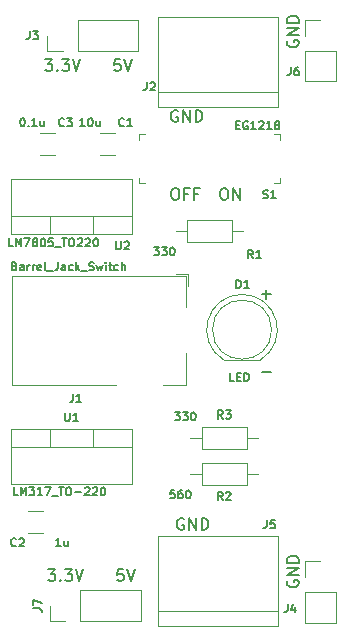
<source format=gto>
%TF.GenerationSoftware,KiCad,Pcbnew,(5.99.0-12741-g2662433374)*%
%TF.CreationDate,2021-10-19T15:00:24+11:00*%
%TF.ProjectId,Breadboard Power Supply,42726561-6462-46f6-9172-6420506f7765,rev?*%
%TF.SameCoordinates,Original*%
%TF.FileFunction,Legend,Top*%
%TF.FilePolarity,Positive*%
%FSLAX46Y46*%
G04 Gerber Fmt 4.6, Leading zero omitted, Abs format (unit mm)*
G04 Created by KiCad (PCBNEW (5.99.0-12741-g2662433374)) date 2021-10-19 15:00:24*
%MOMM*%
%LPD*%
G01*
G04 APERTURE LIST*
%ADD10C,0.150000*%
%ADD11C,0.120000*%
%ADD12C,0.100000*%
G04 APERTURE END LIST*
D10*
X108521619Y-79208380D02*
X108712095Y-79208380D01*
X108807333Y-79256000D01*
X108902571Y-79351238D01*
X108950190Y-79541714D01*
X108950190Y-79875047D01*
X108902571Y-80065523D01*
X108807333Y-80160761D01*
X108712095Y-80208380D01*
X108521619Y-80208380D01*
X108426380Y-80160761D01*
X108331142Y-80065523D01*
X108283523Y-79875047D01*
X108283523Y-79541714D01*
X108331142Y-79351238D01*
X108426380Y-79256000D01*
X108521619Y-79208380D01*
X109712095Y-79684571D02*
X109378761Y-79684571D01*
X109378761Y-80208380D02*
X109378761Y-79208380D01*
X109854952Y-79208380D01*
X110569238Y-79684571D02*
X110235904Y-79684571D01*
X110235904Y-80208380D02*
X110235904Y-79208380D01*
X110712095Y-79208380D01*
X112664952Y-79208380D02*
X112855428Y-79208380D01*
X112950666Y-79256000D01*
X113045904Y-79351238D01*
X113093523Y-79541714D01*
X113093523Y-79875047D01*
X113045904Y-80065523D01*
X112950666Y-80160761D01*
X112855428Y-80208380D01*
X112664952Y-80208380D01*
X112569714Y-80160761D01*
X112474476Y-80065523D01*
X112426857Y-79875047D01*
X112426857Y-79541714D01*
X112474476Y-79351238D01*
X112569714Y-79256000D01*
X112664952Y-79208380D01*
X113522095Y-80208380D02*
X113522095Y-79208380D01*
X114093523Y-80208380D01*
X114093523Y-79208380D01*
X115951047Y-88209428D02*
X116712952Y-88209428D01*
X116332000Y-88590380D02*
X116332000Y-87828476D01*
X109317404Y-107196000D02*
X109222166Y-107148380D01*
X109079309Y-107148380D01*
X108936452Y-107196000D01*
X108841214Y-107291238D01*
X108793595Y-107386476D01*
X108745976Y-107576952D01*
X108745976Y-107719809D01*
X108793595Y-107910285D01*
X108841214Y-108005523D01*
X108936452Y-108100761D01*
X109079309Y-108148380D01*
X109174547Y-108148380D01*
X109317404Y-108100761D01*
X109365023Y-108053142D01*
X109365023Y-107719809D01*
X109174547Y-107719809D01*
X109793595Y-108148380D02*
X109793595Y-107148380D01*
X110365023Y-108148380D01*
X110365023Y-107148380D01*
X110841214Y-108148380D02*
X110841214Y-107148380D01*
X111079309Y-107148380D01*
X111222166Y-107196000D01*
X111317404Y-107291238D01*
X111365023Y-107386476D01*
X111412642Y-107576952D01*
X111412642Y-107719809D01*
X111365023Y-107910285D01*
X111317404Y-108005523D01*
X111222166Y-108100761D01*
X111079309Y-108148380D01*
X110841214Y-108148380D01*
X103949523Y-68286380D02*
X103473333Y-68286380D01*
X103425714Y-68762571D01*
X103473333Y-68714952D01*
X103568571Y-68667333D01*
X103806666Y-68667333D01*
X103901904Y-68714952D01*
X103949523Y-68762571D01*
X103997142Y-68857809D01*
X103997142Y-69095904D01*
X103949523Y-69191142D01*
X103901904Y-69238761D01*
X103806666Y-69286380D01*
X103568571Y-69286380D01*
X103473333Y-69238761D01*
X103425714Y-69191142D01*
X104282857Y-68286380D02*
X104616190Y-69286380D01*
X104949523Y-68286380D01*
X115951047Y-94813428D02*
X116712952Y-94813428D01*
X97583809Y-68286380D02*
X98202857Y-68286380D01*
X97869523Y-68667333D01*
X98012380Y-68667333D01*
X98107619Y-68714952D01*
X98155238Y-68762571D01*
X98202857Y-68857809D01*
X98202857Y-69095904D01*
X98155238Y-69191142D01*
X98107619Y-69238761D01*
X98012380Y-69286380D01*
X97726666Y-69286380D01*
X97631428Y-69238761D01*
X97583809Y-69191142D01*
X98631428Y-69191142D02*
X98679047Y-69238761D01*
X98631428Y-69286380D01*
X98583809Y-69238761D01*
X98631428Y-69191142D01*
X98631428Y-69286380D01*
X99012380Y-68286380D02*
X99631428Y-68286380D01*
X99298095Y-68667333D01*
X99440952Y-68667333D01*
X99536190Y-68714952D01*
X99583809Y-68762571D01*
X99631428Y-68857809D01*
X99631428Y-69095904D01*
X99583809Y-69191142D01*
X99536190Y-69238761D01*
X99440952Y-69286380D01*
X99155238Y-69286380D01*
X99060000Y-69238761D01*
X99012380Y-69191142D01*
X99917142Y-68286380D02*
X100250476Y-69286380D01*
X100583809Y-68286380D01*
X104203523Y-111466380D02*
X103727333Y-111466380D01*
X103679714Y-111942571D01*
X103727333Y-111894952D01*
X103822571Y-111847333D01*
X104060666Y-111847333D01*
X104155904Y-111894952D01*
X104203523Y-111942571D01*
X104251142Y-112037809D01*
X104251142Y-112275904D01*
X104203523Y-112371142D01*
X104155904Y-112418761D01*
X104060666Y-112466380D01*
X103822571Y-112466380D01*
X103727333Y-112418761D01*
X103679714Y-112371142D01*
X104536857Y-111466380D02*
X104870190Y-112466380D01*
X105203523Y-111466380D01*
X118118000Y-112424595D02*
X118070380Y-112519833D01*
X118070380Y-112662690D01*
X118118000Y-112805547D01*
X118213238Y-112900785D01*
X118308476Y-112948404D01*
X118498952Y-112996023D01*
X118641809Y-112996023D01*
X118832285Y-112948404D01*
X118927523Y-112900785D01*
X119022761Y-112805547D01*
X119070380Y-112662690D01*
X119070380Y-112567452D01*
X119022761Y-112424595D01*
X118975142Y-112376976D01*
X118641809Y-112376976D01*
X118641809Y-112567452D01*
X119070380Y-111948404D02*
X118070380Y-111948404D01*
X119070380Y-111376976D01*
X118070380Y-111376976D01*
X119070380Y-110900785D02*
X118070380Y-110900785D01*
X118070380Y-110662690D01*
X118118000Y-110519833D01*
X118213238Y-110424595D01*
X118308476Y-110376976D01*
X118498952Y-110329357D01*
X118641809Y-110329357D01*
X118832285Y-110376976D01*
X118927523Y-110424595D01*
X119022761Y-110519833D01*
X119070380Y-110662690D01*
X119070380Y-110900785D01*
X97837809Y-111466380D02*
X98456857Y-111466380D01*
X98123523Y-111847333D01*
X98266380Y-111847333D01*
X98361619Y-111894952D01*
X98409238Y-111942571D01*
X98456857Y-112037809D01*
X98456857Y-112275904D01*
X98409238Y-112371142D01*
X98361619Y-112418761D01*
X98266380Y-112466380D01*
X97980666Y-112466380D01*
X97885428Y-112418761D01*
X97837809Y-112371142D01*
X98885428Y-112371142D02*
X98933047Y-112418761D01*
X98885428Y-112466380D01*
X98837809Y-112418761D01*
X98885428Y-112371142D01*
X98885428Y-112466380D01*
X99266380Y-111466380D02*
X99885428Y-111466380D01*
X99552095Y-111847333D01*
X99694952Y-111847333D01*
X99790190Y-111894952D01*
X99837809Y-111942571D01*
X99885428Y-112037809D01*
X99885428Y-112275904D01*
X99837809Y-112371142D01*
X99790190Y-112418761D01*
X99694952Y-112466380D01*
X99409238Y-112466380D01*
X99314000Y-112418761D01*
X99266380Y-112371142D01*
X100171142Y-111466380D02*
X100504476Y-112466380D01*
X100837809Y-111466380D01*
X108809404Y-72652000D02*
X108714166Y-72604380D01*
X108571309Y-72604380D01*
X108428452Y-72652000D01*
X108333214Y-72747238D01*
X108285595Y-72842476D01*
X108237976Y-73032952D01*
X108237976Y-73175809D01*
X108285595Y-73366285D01*
X108333214Y-73461523D01*
X108428452Y-73556761D01*
X108571309Y-73604380D01*
X108666547Y-73604380D01*
X108809404Y-73556761D01*
X108857023Y-73509142D01*
X108857023Y-73175809D01*
X108666547Y-73175809D01*
X109285595Y-73604380D02*
X109285595Y-72604380D01*
X109857023Y-73604380D01*
X109857023Y-72604380D01*
X110333214Y-73604380D02*
X110333214Y-72604380D01*
X110571309Y-72604380D01*
X110714166Y-72652000D01*
X110809404Y-72747238D01*
X110857023Y-72842476D01*
X110904642Y-73032952D01*
X110904642Y-73175809D01*
X110857023Y-73366285D01*
X110809404Y-73461523D01*
X110714166Y-73556761D01*
X110571309Y-73604380D01*
X110333214Y-73604380D01*
X118118000Y-66704595D02*
X118070380Y-66799833D01*
X118070380Y-66942690D01*
X118118000Y-67085547D01*
X118213238Y-67180785D01*
X118308476Y-67228404D01*
X118498952Y-67276023D01*
X118641809Y-67276023D01*
X118832285Y-67228404D01*
X118927523Y-67180785D01*
X119022761Y-67085547D01*
X119070380Y-66942690D01*
X119070380Y-66847452D01*
X119022761Y-66704595D01*
X118975142Y-66656976D01*
X118641809Y-66656976D01*
X118641809Y-66847452D01*
X119070380Y-66228404D02*
X118070380Y-66228404D01*
X119070380Y-65656976D01*
X118070380Y-65656976D01*
X119070380Y-65180785D02*
X118070380Y-65180785D01*
X118070380Y-64942690D01*
X118118000Y-64799833D01*
X118213238Y-64704595D01*
X118308476Y-64656976D01*
X118498952Y-64609357D01*
X118641809Y-64609357D01*
X118832285Y-64656976D01*
X118927523Y-64704595D01*
X119022761Y-64799833D01*
X119070380Y-64942690D01*
X119070380Y-65180785D01*
%TO.C,J3*%
X96286666Y-65910666D02*
X96286666Y-66410666D01*
X96253333Y-66510666D01*
X96186666Y-66577333D01*
X96086666Y-66610666D01*
X96020000Y-66610666D01*
X96553333Y-65910666D02*
X96986666Y-65910666D01*
X96753333Y-66177333D01*
X96853333Y-66177333D01*
X96920000Y-66210666D01*
X96953333Y-66244000D01*
X96986666Y-66310666D01*
X96986666Y-66477333D01*
X96953333Y-66544000D01*
X96920000Y-66577333D01*
X96853333Y-66610666D01*
X96653333Y-66610666D01*
X96586666Y-66577333D01*
X96553333Y-66544000D01*
%TO.C,R2*%
X112641333Y-105614666D02*
X112408000Y-105281333D01*
X112241333Y-105614666D02*
X112241333Y-104914666D01*
X112508000Y-104914666D01*
X112574666Y-104948000D01*
X112608000Y-104981333D01*
X112641333Y-105048000D01*
X112641333Y-105148000D01*
X112608000Y-105214666D01*
X112574666Y-105248000D01*
X112508000Y-105281333D01*
X112241333Y-105281333D01*
X112908000Y-104981333D02*
X112941333Y-104948000D01*
X113008000Y-104914666D01*
X113174666Y-104914666D01*
X113241333Y-104948000D01*
X113274666Y-104981333D01*
X113308000Y-105048000D01*
X113308000Y-105114666D01*
X113274666Y-105214666D01*
X112874666Y-105614666D01*
X113308000Y-105614666D01*
X108574000Y-98168666D02*
X109007333Y-98168666D01*
X108774000Y-98435333D01*
X108874000Y-98435333D01*
X108940666Y-98468666D01*
X108974000Y-98502000D01*
X109007333Y-98568666D01*
X109007333Y-98735333D01*
X108974000Y-98802000D01*
X108940666Y-98835333D01*
X108874000Y-98868666D01*
X108674000Y-98868666D01*
X108607333Y-98835333D01*
X108574000Y-98802000D01*
X109240666Y-98168666D02*
X109674000Y-98168666D01*
X109440666Y-98435333D01*
X109540666Y-98435333D01*
X109607333Y-98468666D01*
X109640666Y-98502000D01*
X109674000Y-98568666D01*
X109674000Y-98735333D01*
X109640666Y-98802000D01*
X109607333Y-98835333D01*
X109540666Y-98868666D01*
X109340666Y-98868666D01*
X109274000Y-98835333D01*
X109240666Y-98802000D01*
X110107333Y-98168666D02*
X110174000Y-98168666D01*
X110240666Y-98202000D01*
X110274000Y-98235333D01*
X110307333Y-98302000D01*
X110340666Y-98435333D01*
X110340666Y-98602000D01*
X110307333Y-98735333D01*
X110274000Y-98802000D01*
X110240666Y-98835333D01*
X110174000Y-98868666D01*
X110107333Y-98868666D01*
X110040666Y-98835333D01*
X110007333Y-98802000D01*
X109974000Y-98735333D01*
X109940666Y-98602000D01*
X109940666Y-98435333D01*
X109974000Y-98302000D01*
X110007333Y-98235333D01*
X110040666Y-98202000D01*
X110107333Y-98168666D01*
%TO.C,J2*%
X106192666Y-70228666D02*
X106192666Y-70728666D01*
X106159333Y-70828666D01*
X106092666Y-70895333D01*
X105992666Y-70928666D01*
X105926000Y-70928666D01*
X106492666Y-70295333D02*
X106526000Y-70262000D01*
X106592666Y-70228666D01*
X106759333Y-70228666D01*
X106826000Y-70262000D01*
X106859333Y-70295333D01*
X106892666Y-70362000D01*
X106892666Y-70428666D01*
X106859333Y-70528666D01*
X106459333Y-70928666D01*
X106892666Y-70928666D01*
%TO.C,J7*%
X96600666Y-114787333D02*
X97100666Y-114787333D01*
X97200666Y-114820666D01*
X97267333Y-114887333D01*
X97300666Y-114987333D01*
X97300666Y-115054000D01*
X96600666Y-114520666D02*
X96600666Y-114054000D01*
X97300666Y-114354000D01*
%TO.C,J5*%
X116352666Y-107312666D02*
X116352666Y-107812666D01*
X116319333Y-107912666D01*
X116252666Y-107979333D01*
X116152666Y-108012666D01*
X116086000Y-108012666D01*
X117019333Y-107312666D02*
X116686000Y-107312666D01*
X116652666Y-107646000D01*
X116686000Y-107612666D01*
X116752666Y-107579333D01*
X116919333Y-107579333D01*
X116986000Y-107612666D01*
X117019333Y-107646000D01*
X117052666Y-107712666D01*
X117052666Y-107879333D01*
X117019333Y-107946000D01*
X116986000Y-107979333D01*
X116919333Y-108012666D01*
X116752666Y-108012666D01*
X116686000Y-107979333D01*
X116652666Y-107946000D01*
%TO.C,C2*%
X95133333Y-109470000D02*
X95100000Y-109503333D01*
X95000000Y-109536666D01*
X94933333Y-109536666D01*
X94833333Y-109503333D01*
X94766666Y-109436666D01*
X94733333Y-109370000D01*
X94700000Y-109236666D01*
X94700000Y-109136666D01*
X94733333Y-109003333D01*
X94766666Y-108936666D01*
X94833333Y-108870000D01*
X94933333Y-108836666D01*
X95000000Y-108836666D01*
X95100000Y-108870000D01*
X95133333Y-108903333D01*
X95400000Y-108903333D02*
X95433333Y-108870000D01*
X95500000Y-108836666D01*
X95666666Y-108836666D01*
X95733333Y-108870000D01*
X95766666Y-108903333D01*
X95800000Y-108970000D01*
X95800000Y-109036666D01*
X95766666Y-109136666D01*
X95366666Y-109536666D01*
X95800000Y-109536666D01*
X98928833Y-109536666D02*
X98528833Y-109536666D01*
X98728833Y-109536666D02*
X98728833Y-108836666D01*
X98662166Y-108936666D01*
X98595500Y-109003333D01*
X98528833Y-109036666D01*
X99528833Y-109070000D02*
X99528833Y-109536666D01*
X99228833Y-109070000D02*
X99228833Y-109436666D01*
X99262166Y-109503333D01*
X99328833Y-109536666D01*
X99428833Y-109536666D01*
X99495500Y-109503333D01*
X99528833Y-109470000D01*
%TO.C,J1*%
X99932666Y-96611166D02*
X99932666Y-97111166D01*
X99899333Y-97211166D01*
X99832666Y-97277833D01*
X99732666Y-97311166D01*
X99666000Y-97311166D01*
X100632666Y-97311166D02*
X100232666Y-97311166D01*
X100432666Y-97311166D02*
X100432666Y-96611166D01*
X100366000Y-96711166D01*
X100299333Y-96777833D01*
X100232666Y-96811166D01*
X95001333Y-85802000D02*
X95101333Y-85835333D01*
X95134666Y-85868666D01*
X95168000Y-85935333D01*
X95168000Y-86035333D01*
X95134666Y-86102000D01*
X95101333Y-86135333D01*
X95034666Y-86168666D01*
X94768000Y-86168666D01*
X94768000Y-85468666D01*
X95001333Y-85468666D01*
X95068000Y-85502000D01*
X95101333Y-85535333D01*
X95134666Y-85602000D01*
X95134666Y-85668666D01*
X95101333Y-85735333D01*
X95068000Y-85768666D01*
X95001333Y-85802000D01*
X94768000Y-85802000D01*
X95768000Y-86168666D02*
X95768000Y-85802000D01*
X95734666Y-85735333D01*
X95668000Y-85702000D01*
X95534666Y-85702000D01*
X95468000Y-85735333D01*
X95768000Y-86135333D02*
X95701333Y-86168666D01*
X95534666Y-86168666D01*
X95468000Y-86135333D01*
X95434666Y-86068666D01*
X95434666Y-86002000D01*
X95468000Y-85935333D01*
X95534666Y-85902000D01*
X95701333Y-85902000D01*
X95768000Y-85868666D01*
X96101333Y-86168666D02*
X96101333Y-85702000D01*
X96101333Y-85835333D02*
X96134666Y-85768666D01*
X96168000Y-85735333D01*
X96234666Y-85702000D01*
X96301333Y-85702000D01*
X96534666Y-86168666D02*
X96534666Y-85702000D01*
X96534666Y-85835333D02*
X96568000Y-85768666D01*
X96601333Y-85735333D01*
X96668000Y-85702000D01*
X96734666Y-85702000D01*
X97234666Y-86135333D02*
X97168000Y-86168666D01*
X97034666Y-86168666D01*
X96968000Y-86135333D01*
X96934666Y-86068666D01*
X96934666Y-85802000D01*
X96968000Y-85735333D01*
X97034666Y-85702000D01*
X97168000Y-85702000D01*
X97234666Y-85735333D01*
X97268000Y-85802000D01*
X97268000Y-85868666D01*
X96934666Y-85935333D01*
X97668000Y-86168666D02*
X97601333Y-86135333D01*
X97568000Y-86068666D01*
X97568000Y-85468666D01*
X97768000Y-86235333D02*
X98301333Y-86235333D01*
X98668000Y-85468666D02*
X98668000Y-85968666D01*
X98634666Y-86068666D01*
X98568000Y-86135333D01*
X98468000Y-86168666D01*
X98401333Y-86168666D01*
X99301333Y-86168666D02*
X99301333Y-85802000D01*
X99268000Y-85735333D01*
X99201333Y-85702000D01*
X99068000Y-85702000D01*
X99001333Y-85735333D01*
X99301333Y-86135333D02*
X99234666Y-86168666D01*
X99068000Y-86168666D01*
X99001333Y-86135333D01*
X98968000Y-86068666D01*
X98968000Y-86002000D01*
X99001333Y-85935333D01*
X99068000Y-85902000D01*
X99234666Y-85902000D01*
X99301333Y-85868666D01*
X99934666Y-86135333D02*
X99868000Y-86168666D01*
X99734666Y-86168666D01*
X99668000Y-86135333D01*
X99634666Y-86102000D01*
X99601333Y-86035333D01*
X99601333Y-85835333D01*
X99634666Y-85768666D01*
X99668000Y-85735333D01*
X99734666Y-85702000D01*
X99868000Y-85702000D01*
X99934666Y-85735333D01*
X100234666Y-86168666D02*
X100234666Y-85468666D01*
X100301333Y-85902000D02*
X100501333Y-86168666D01*
X100501333Y-85702000D02*
X100234666Y-85968666D01*
X100634666Y-86235333D02*
X101168000Y-86235333D01*
X101301333Y-86135333D02*
X101401333Y-86168666D01*
X101568000Y-86168666D01*
X101634666Y-86135333D01*
X101668000Y-86102000D01*
X101701333Y-86035333D01*
X101701333Y-85968666D01*
X101668000Y-85902000D01*
X101634666Y-85868666D01*
X101568000Y-85835333D01*
X101434666Y-85802000D01*
X101368000Y-85768666D01*
X101334666Y-85735333D01*
X101301333Y-85668666D01*
X101301333Y-85602000D01*
X101334666Y-85535333D01*
X101368000Y-85502000D01*
X101434666Y-85468666D01*
X101601333Y-85468666D01*
X101701333Y-85502000D01*
X101934666Y-85702000D02*
X102068000Y-86168666D01*
X102201333Y-85835333D01*
X102334666Y-86168666D01*
X102468000Y-85702000D01*
X102734666Y-86168666D02*
X102734666Y-85702000D01*
X102734666Y-85468666D02*
X102701333Y-85502000D01*
X102734666Y-85535333D01*
X102768000Y-85502000D01*
X102734666Y-85468666D01*
X102734666Y-85535333D01*
X102968000Y-85702000D02*
X103234666Y-85702000D01*
X103068000Y-85468666D02*
X103068000Y-86068666D01*
X103101333Y-86135333D01*
X103168000Y-86168666D01*
X103234666Y-86168666D01*
X103768000Y-86135333D02*
X103701333Y-86168666D01*
X103568000Y-86168666D01*
X103501333Y-86135333D01*
X103468000Y-86102000D01*
X103434666Y-86035333D01*
X103434666Y-85835333D01*
X103468000Y-85768666D01*
X103501333Y-85735333D01*
X103568000Y-85702000D01*
X103701333Y-85702000D01*
X103768000Y-85735333D01*
X104068000Y-86168666D02*
X104068000Y-85468666D01*
X104368000Y-86168666D02*
X104368000Y-85802000D01*
X104334666Y-85735333D01*
X104268000Y-85702000D01*
X104168000Y-85702000D01*
X104101333Y-85735333D01*
X104068000Y-85768666D01*
%TO.C,J4*%
X118130666Y-114424666D02*
X118130666Y-114924666D01*
X118097333Y-115024666D01*
X118030666Y-115091333D01*
X117930666Y-115124666D01*
X117864000Y-115124666D01*
X118764000Y-114658000D02*
X118764000Y-115124666D01*
X118597333Y-114391333D02*
X118430666Y-114891333D01*
X118864000Y-114891333D01*
%TO.C,U1*%
X99288666Y-98216666D02*
X99288666Y-98783333D01*
X99322000Y-98850000D01*
X99355333Y-98883333D01*
X99422000Y-98916666D01*
X99555333Y-98916666D01*
X99622000Y-98883333D01*
X99655333Y-98850000D01*
X99688666Y-98783333D01*
X99688666Y-98216666D01*
X100388666Y-98916666D02*
X99988666Y-98916666D01*
X100188666Y-98916666D02*
X100188666Y-98216666D01*
X100122000Y-98316666D01*
X100055333Y-98383333D01*
X99988666Y-98416666D01*
X95289333Y-105218666D02*
X94956000Y-105218666D01*
X94956000Y-104518666D01*
X95522666Y-105218666D02*
X95522666Y-104518666D01*
X95756000Y-105018666D01*
X95989333Y-104518666D01*
X95989333Y-105218666D01*
X96256000Y-104518666D02*
X96689333Y-104518666D01*
X96456000Y-104785333D01*
X96556000Y-104785333D01*
X96622666Y-104818666D01*
X96656000Y-104852000D01*
X96689333Y-104918666D01*
X96689333Y-105085333D01*
X96656000Y-105152000D01*
X96622666Y-105185333D01*
X96556000Y-105218666D01*
X96356000Y-105218666D01*
X96289333Y-105185333D01*
X96256000Y-105152000D01*
X97356000Y-105218666D02*
X96956000Y-105218666D01*
X97156000Y-105218666D02*
X97156000Y-104518666D01*
X97089333Y-104618666D01*
X97022666Y-104685333D01*
X96956000Y-104718666D01*
X97589333Y-104518666D02*
X98056000Y-104518666D01*
X97756000Y-105218666D01*
X98156000Y-105285333D02*
X98689333Y-105285333D01*
X98756000Y-104518666D02*
X99156000Y-104518666D01*
X98956000Y-105218666D02*
X98956000Y-104518666D01*
X99522666Y-104518666D02*
X99656000Y-104518666D01*
X99722666Y-104552000D01*
X99789333Y-104618666D01*
X99822666Y-104752000D01*
X99822666Y-104985333D01*
X99789333Y-105118666D01*
X99722666Y-105185333D01*
X99656000Y-105218666D01*
X99522666Y-105218666D01*
X99456000Y-105185333D01*
X99389333Y-105118666D01*
X99356000Y-104985333D01*
X99356000Y-104752000D01*
X99389333Y-104618666D01*
X99456000Y-104552000D01*
X99522666Y-104518666D01*
X100122666Y-104952000D02*
X100656000Y-104952000D01*
X100956000Y-104585333D02*
X100989333Y-104552000D01*
X101056000Y-104518666D01*
X101222666Y-104518666D01*
X101289333Y-104552000D01*
X101322666Y-104585333D01*
X101356000Y-104652000D01*
X101356000Y-104718666D01*
X101322666Y-104818666D01*
X100922666Y-105218666D01*
X101356000Y-105218666D01*
X101622666Y-104585333D02*
X101656000Y-104552000D01*
X101722666Y-104518666D01*
X101889333Y-104518666D01*
X101956000Y-104552000D01*
X101989333Y-104585333D01*
X102022666Y-104652000D01*
X102022666Y-104718666D01*
X101989333Y-104818666D01*
X101589333Y-105218666D01*
X102022666Y-105218666D01*
X102456000Y-104518666D02*
X102522666Y-104518666D01*
X102589333Y-104552000D01*
X102622666Y-104585333D01*
X102656000Y-104652000D01*
X102689333Y-104785333D01*
X102689333Y-104952000D01*
X102656000Y-105085333D01*
X102622666Y-105152000D01*
X102589333Y-105185333D01*
X102522666Y-105218666D01*
X102456000Y-105218666D01*
X102389333Y-105185333D01*
X102356000Y-105152000D01*
X102322666Y-105085333D01*
X102289333Y-104952000D01*
X102289333Y-104785333D01*
X102322666Y-104652000D01*
X102356000Y-104585333D01*
X102389333Y-104552000D01*
X102456000Y-104518666D01*
%TO.C,D1*%
X113783333Y-87692666D02*
X113783333Y-86992666D01*
X113950000Y-86992666D01*
X114050000Y-87026000D01*
X114116666Y-87092666D01*
X114150000Y-87159333D01*
X114183333Y-87292666D01*
X114183333Y-87392666D01*
X114150000Y-87526000D01*
X114116666Y-87592666D01*
X114050000Y-87659333D01*
X113950000Y-87692666D01*
X113783333Y-87692666D01*
X114850000Y-87692666D02*
X114450000Y-87692666D01*
X114650000Y-87692666D02*
X114650000Y-86992666D01*
X114583333Y-87092666D01*
X114516666Y-87159333D01*
X114450000Y-87192666D01*
X113596000Y-95566666D02*
X113262666Y-95566666D01*
X113262666Y-94866666D01*
X113829333Y-95200000D02*
X114062666Y-95200000D01*
X114162666Y-95566666D02*
X113829333Y-95566666D01*
X113829333Y-94866666D01*
X114162666Y-94866666D01*
X114462666Y-95566666D02*
X114462666Y-94866666D01*
X114629333Y-94866666D01*
X114729333Y-94900000D01*
X114796000Y-94966666D01*
X114829333Y-95033333D01*
X114862666Y-95166666D01*
X114862666Y-95266666D01*
X114829333Y-95400000D01*
X114796000Y-95466666D01*
X114729333Y-95533333D01*
X114629333Y-95566666D01*
X114462666Y-95566666D01*
%TO.C,R1*%
X115199333Y-85152666D02*
X114966000Y-84819333D01*
X114799333Y-85152666D02*
X114799333Y-84452666D01*
X115066000Y-84452666D01*
X115132666Y-84486000D01*
X115166000Y-84519333D01*
X115199333Y-84586000D01*
X115199333Y-84686000D01*
X115166000Y-84752666D01*
X115132666Y-84786000D01*
X115066000Y-84819333D01*
X114799333Y-84819333D01*
X115866000Y-85152666D02*
X115466000Y-85152666D01*
X115666000Y-85152666D02*
X115666000Y-84452666D01*
X115599333Y-84552666D01*
X115532666Y-84619333D01*
X115466000Y-84652666D01*
X106796000Y-84198666D02*
X107229333Y-84198666D01*
X106996000Y-84465333D01*
X107096000Y-84465333D01*
X107162666Y-84498666D01*
X107196000Y-84532000D01*
X107229333Y-84598666D01*
X107229333Y-84765333D01*
X107196000Y-84832000D01*
X107162666Y-84865333D01*
X107096000Y-84898666D01*
X106896000Y-84898666D01*
X106829333Y-84865333D01*
X106796000Y-84832000D01*
X107462666Y-84198666D02*
X107896000Y-84198666D01*
X107662666Y-84465333D01*
X107762666Y-84465333D01*
X107829333Y-84498666D01*
X107862666Y-84532000D01*
X107896000Y-84598666D01*
X107896000Y-84765333D01*
X107862666Y-84832000D01*
X107829333Y-84865333D01*
X107762666Y-84898666D01*
X107562666Y-84898666D01*
X107496000Y-84865333D01*
X107462666Y-84832000D01*
X108329333Y-84198666D02*
X108396000Y-84198666D01*
X108462666Y-84232000D01*
X108496000Y-84265333D01*
X108529333Y-84332000D01*
X108562666Y-84465333D01*
X108562666Y-84632000D01*
X108529333Y-84765333D01*
X108496000Y-84832000D01*
X108462666Y-84865333D01*
X108396000Y-84898666D01*
X108329333Y-84898666D01*
X108262666Y-84865333D01*
X108229333Y-84832000D01*
X108196000Y-84765333D01*
X108162666Y-84632000D01*
X108162666Y-84465333D01*
X108196000Y-84332000D01*
X108229333Y-84265333D01*
X108262666Y-84232000D01*
X108329333Y-84198666D01*
%TO.C,C1*%
X104277333Y-73910000D02*
X104244000Y-73943333D01*
X104144000Y-73976666D01*
X104077333Y-73976666D01*
X103977333Y-73943333D01*
X103910666Y-73876666D01*
X103877333Y-73810000D01*
X103844000Y-73676666D01*
X103844000Y-73576666D01*
X103877333Y-73443333D01*
X103910666Y-73376666D01*
X103977333Y-73310000D01*
X104077333Y-73276666D01*
X104144000Y-73276666D01*
X104244000Y-73310000D01*
X104277333Y-73343333D01*
X104944000Y-73976666D02*
X104544000Y-73976666D01*
X104744000Y-73976666D02*
X104744000Y-73276666D01*
X104677333Y-73376666D01*
X104610666Y-73443333D01*
X104544000Y-73476666D01*
X100960833Y-73976666D02*
X100560833Y-73976666D01*
X100760833Y-73976666D02*
X100760833Y-73276666D01*
X100694166Y-73376666D01*
X100627500Y-73443333D01*
X100560833Y-73476666D01*
X101394166Y-73276666D02*
X101460833Y-73276666D01*
X101527500Y-73310000D01*
X101560833Y-73343333D01*
X101594166Y-73410000D01*
X101627500Y-73543333D01*
X101627500Y-73710000D01*
X101594166Y-73843333D01*
X101560833Y-73910000D01*
X101527500Y-73943333D01*
X101460833Y-73976666D01*
X101394166Y-73976666D01*
X101327500Y-73943333D01*
X101294166Y-73910000D01*
X101260833Y-73843333D01*
X101227500Y-73710000D01*
X101227500Y-73543333D01*
X101260833Y-73410000D01*
X101294166Y-73343333D01*
X101327500Y-73310000D01*
X101394166Y-73276666D01*
X102227500Y-73510000D02*
X102227500Y-73976666D01*
X101927500Y-73510000D02*
X101927500Y-73876666D01*
X101960833Y-73943333D01*
X102027500Y-73976666D01*
X102127500Y-73976666D01*
X102194166Y-73943333D01*
X102227500Y-73910000D01*
%TO.C,J6*%
X118384666Y-68958666D02*
X118384666Y-69458666D01*
X118351333Y-69558666D01*
X118284666Y-69625333D01*
X118184666Y-69658666D01*
X118118000Y-69658666D01*
X119018000Y-68958666D02*
X118884666Y-68958666D01*
X118818000Y-68992000D01*
X118784666Y-69025333D01*
X118718000Y-69125333D01*
X118684666Y-69258666D01*
X118684666Y-69525333D01*
X118718000Y-69592000D01*
X118751333Y-69625333D01*
X118818000Y-69658666D01*
X118951333Y-69658666D01*
X119018000Y-69625333D01*
X119051333Y-69592000D01*
X119084666Y-69525333D01*
X119084666Y-69358666D01*
X119051333Y-69292000D01*
X119018000Y-69258666D01*
X118951333Y-69225333D01*
X118818000Y-69225333D01*
X118751333Y-69258666D01*
X118718000Y-69292000D01*
X118684666Y-69358666D01*
%TO.C,U2*%
X103606666Y-83690666D02*
X103606666Y-84257333D01*
X103640000Y-84324000D01*
X103673333Y-84357333D01*
X103740000Y-84390666D01*
X103873333Y-84390666D01*
X103940000Y-84357333D01*
X103973333Y-84324000D01*
X104006666Y-84257333D01*
X104006666Y-83690666D01*
X104306666Y-83757333D02*
X104340000Y-83724000D01*
X104406666Y-83690666D01*
X104573333Y-83690666D01*
X104640000Y-83724000D01*
X104673333Y-83757333D01*
X104706666Y-83824000D01*
X104706666Y-83890666D01*
X104673333Y-83990666D01*
X104273333Y-84390666D01*
X104706666Y-84390666D01*
X94881333Y-84136666D02*
X94548000Y-84136666D01*
X94548000Y-83436666D01*
X95114666Y-84136666D02*
X95114666Y-83436666D01*
X95348000Y-83936666D01*
X95581333Y-83436666D01*
X95581333Y-84136666D01*
X95848000Y-83436666D02*
X96314666Y-83436666D01*
X96014666Y-84136666D01*
X96681333Y-83736666D02*
X96614666Y-83703333D01*
X96581333Y-83670000D01*
X96548000Y-83603333D01*
X96548000Y-83570000D01*
X96581333Y-83503333D01*
X96614666Y-83470000D01*
X96681333Y-83436666D01*
X96814666Y-83436666D01*
X96881333Y-83470000D01*
X96914666Y-83503333D01*
X96948000Y-83570000D01*
X96948000Y-83603333D01*
X96914666Y-83670000D01*
X96881333Y-83703333D01*
X96814666Y-83736666D01*
X96681333Y-83736666D01*
X96614666Y-83770000D01*
X96581333Y-83803333D01*
X96548000Y-83870000D01*
X96548000Y-84003333D01*
X96581333Y-84070000D01*
X96614666Y-84103333D01*
X96681333Y-84136666D01*
X96814666Y-84136666D01*
X96881333Y-84103333D01*
X96914666Y-84070000D01*
X96948000Y-84003333D01*
X96948000Y-83870000D01*
X96914666Y-83803333D01*
X96881333Y-83770000D01*
X96814666Y-83736666D01*
X97381333Y-83436666D02*
X97448000Y-83436666D01*
X97514666Y-83470000D01*
X97548000Y-83503333D01*
X97581333Y-83570000D01*
X97614666Y-83703333D01*
X97614666Y-83870000D01*
X97581333Y-84003333D01*
X97548000Y-84070000D01*
X97514666Y-84103333D01*
X97448000Y-84136666D01*
X97381333Y-84136666D01*
X97314666Y-84103333D01*
X97281333Y-84070000D01*
X97248000Y-84003333D01*
X97214666Y-83870000D01*
X97214666Y-83703333D01*
X97248000Y-83570000D01*
X97281333Y-83503333D01*
X97314666Y-83470000D01*
X97381333Y-83436666D01*
X98248000Y-83436666D02*
X97914666Y-83436666D01*
X97881333Y-83770000D01*
X97914666Y-83736666D01*
X97981333Y-83703333D01*
X98148000Y-83703333D01*
X98214666Y-83736666D01*
X98248000Y-83770000D01*
X98281333Y-83836666D01*
X98281333Y-84003333D01*
X98248000Y-84070000D01*
X98214666Y-84103333D01*
X98148000Y-84136666D01*
X97981333Y-84136666D01*
X97914666Y-84103333D01*
X97881333Y-84070000D01*
X98414666Y-84203333D02*
X98948000Y-84203333D01*
X99014666Y-83436666D02*
X99414666Y-83436666D01*
X99214666Y-84136666D02*
X99214666Y-83436666D01*
X99781333Y-83436666D02*
X99914666Y-83436666D01*
X99981333Y-83470000D01*
X100048000Y-83536666D01*
X100081333Y-83670000D01*
X100081333Y-83903333D01*
X100048000Y-84036666D01*
X99981333Y-84103333D01*
X99914666Y-84136666D01*
X99781333Y-84136666D01*
X99714666Y-84103333D01*
X99648000Y-84036666D01*
X99614666Y-83903333D01*
X99614666Y-83670000D01*
X99648000Y-83536666D01*
X99714666Y-83470000D01*
X99781333Y-83436666D01*
X100348000Y-83503333D02*
X100381333Y-83470000D01*
X100448000Y-83436666D01*
X100614666Y-83436666D01*
X100681333Y-83470000D01*
X100714666Y-83503333D01*
X100748000Y-83570000D01*
X100748000Y-83636666D01*
X100714666Y-83736666D01*
X100314666Y-84136666D01*
X100748000Y-84136666D01*
X101014666Y-83503333D02*
X101048000Y-83470000D01*
X101114666Y-83436666D01*
X101281333Y-83436666D01*
X101348000Y-83470000D01*
X101381333Y-83503333D01*
X101414666Y-83570000D01*
X101414666Y-83636666D01*
X101381333Y-83736666D01*
X100981333Y-84136666D01*
X101414666Y-84136666D01*
X101848000Y-83436666D02*
X101914666Y-83436666D01*
X101981333Y-83470000D01*
X102014666Y-83503333D01*
X102048000Y-83570000D01*
X102081333Y-83703333D01*
X102081333Y-83870000D01*
X102048000Y-84003333D01*
X102014666Y-84070000D01*
X101981333Y-84103333D01*
X101914666Y-84136666D01*
X101848000Y-84136666D01*
X101781333Y-84103333D01*
X101748000Y-84070000D01*
X101714666Y-84003333D01*
X101681333Y-83870000D01*
X101681333Y-83703333D01*
X101714666Y-83570000D01*
X101748000Y-83503333D01*
X101781333Y-83470000D01*
X101848000Y-83436666D01*
%TO.C,C3*%
X99197333Y-73910000D02*
X99164000Y-73943333D01*
X99064000Y-73976666D01*
X98997333Y-73976666D01*
X98897333Y-73943333D01*
X98830666Y-73876666D01*
X98797333Y-73810000D01*
X98764000Y-73676666D01*
X98764000Y-73576666D01*
X98797333Y-73443333D01*
X98830666Y-73376666D01*
X98897333Y-73310000D01*
X98997333Y-73276666D01*
X99064000Y-73276666D01*
X99164000Y-73310000D01*
X99197333Y-73343333D01*
X99430666Y-73276666D02*
X99864000Y-73276666D01*
X99630666Y-73543333D01*
X99730666Y-73543333D01*
X99797333Y-73576666D01*
X99830666Y-73610000D01*
X99864000Y-73676666D01*
X99864000Y-73843333D01*
X99830666Y-73910000D01*
X99797333Y-73943333D01*
X99730666Y-73976666D01*
X99530666Y-73976666D01*
X99464000Y-73943333D01*
X99430666Y-73910000D01*
X95647500Y-73276666D02*
X95714166Y-73276666D01*
X95780833Y-73310000D01*
X95814166Y-73343333D01*
X95847500Y-73410000D01*
X95880833Y-73543333D01*
X95880833Y-73710000D01*
X95847500Y-73843333D01*
X95814166Y-73910000D01*
X95780833Y-73943333D01*
X95714166Y-73976666D01*
X95647500Y-73976666D01*
X95580833Y-73943333D01*
X95547500Y-73910000D01*
X95514166Y-73843333D01*
X95480833Y-73710000D01*
X95480833Y-73543333D01*
X95514166Y-73410000D01*
X95547500Y-73343333D01*
X95580833Y-73310000D01*
X95647500Y-73276666D01*
X96180833Y-73910000D02*
X96214166Y-73943333D01*
X96180833Y-73976666D01*
X96147500Y-73943333D01*
X96180833Y-73910000D01*
X96180833Y-73976666D01*
X96880833Y-73976666D02*
X96480833Y-73976666D01*
X96680833Y-73976666D02*
X96680833Y-73276666D01*
X96614166Y-73376666D01*
X96547500Y-73443333D01*
X96480833Y-73476666D01*
X97480833Y-73510000D02*
X97480833Y-73976666D01*
X97180833Y-73510000D02*
X97180833Y-73876666D01*
X97214166Y-73943333D01*
X97280833Y-73976666D01*
X97380833Y-73976666D01*
X97447500Y-73943333D01*
X97480833Y-73910000D01*
%TO.C,R3*%
X112641333Y-98726666D02*
X112408000Y-98393333D01*
X112241333Y-98726666D02*
X112241333Y-98026666D01*
X112508000Y-98026666D01*
X112574666Y-98060000D01*
X112608000Y-98093333D01*
X112641333Y-98160000D01*
X112641333Y-98260000D01*
X112608000Y-98326666D01*
X112574666Y-98360000D01*
X112508000Y-98393333D01*
X112241333Y-98393333D01*
X112874666Y-98026666D02*
X113308000Y-98026666D01*
X113074666Y-98293333D01*
X113174666Y-98293333D01*
X113241333Y-98326666D01*
X113274666Y-98360000D01*
X113308000Y-98426666D01*
X113308000Y-98593333D01*
X113274666Y-98660000D01*
X113241333Y-98693333D01*
X113174666Y-98726666D01*
X112974666Y-98726666D01*
X112908000Y-98693333D01*
X112874666Y-98660000D01*
X108547500Y-104772666D02*
X108214166Y-104772666D01*
X108180833Y-105106000D01*
X108214166Y-105072666D01*
X108280833Y-105039333D01*
X108447500Y-105039333D01*
X108514166Y-105072666D01*
X108547500Y-105106000D01*
X108580833Y-105172666D01*
X108580833Y-105339333D01*
X108547500Y-105406000D01*
X108514166Y-105439333D01*
X108447500Y-105472666D01*
X108280833Y-105472666D01*
X108214166Y-105439333D01*
X108180833Y-105406000D01*
X109180833Y-104772666D02*
X109047500Y-104772666D01*
X108980833Y-104806000D01*
X108947500Y-104839333D01*
X108880833Y-104939333D01*
X108847500Y-105072666D01*
X108847500Y-105339333D01*
X108880833Y-105406000D01*
X108914166Y-105439333D01*
X108980833Y-105472666D01*
X109114166Y-105472666D01*
X109180833Y-105439333D01*
X109214166Y-105406000D01*
X109247500Y-105339333D01*
X109247500Y-105172666D01*
X109214166Y-105106000D01*
X109180833Y-105072666D01*
X109114166Y-105039333D01*
X108980833Y-105039333D01*
X108914166Y-105072666D01*
X108880833Y-105106000D01*
X108847500Y-105172666D01*
X109680833Y-104772666D02*
X109747500Y-104772666D01*
X109814166Y-104806000D01*
X109847500Y-104839333D01*
X109880833Y-104906000D01*
X109914166Y-105039333D01*
X109914166Y-105206000D01*
X109880833Y-105339333D01*
X109847500Y-105406000D01*
X109814166Y-105439333D01*
X109747500Y-105472666D01*
X109680833Y-105472666D01*
X109614166Y-105439333D01*
X109580833Y-105406000D01*
X109547500Y-105339333D01*
X109514166Y-105206000D01*
X109514166Y-105039333D01*
X109547500Y-104906000D01*
X109580833Y-104839333D01*
X109614166Y-104806000D01*
X109680833Y-104772666D01*
%TO.C,S1*%
X116052666Y-80039333D02*
X116152666Y-80072666D01*
X116319333Y-80072666D01*
X116386000Y-80039333D01*
X116419333Y-80006000D01*
X116452666Y-79939333D01*
X116452666Y-79872666D01*
X116419333Y-79806000D01*
X116386000Y-79772666D01*
X116319333Y-79739333D01*
X116186000Y-79706000D01*
X116119333Y-79672666D01*
X116086000Y-79639333D01*
X116052666Y-79572666D01*
X116052666Y-79506000D01*
X116086000Y-79439333D01*
X116119333Y-79406000D01*
X116186000Y-79372666D01*
X116352666Y-79372666D01*
X116452666Y-79406000D01*
X117119333Y-80072666D02*
X116719333Y-80072666D01*
X116919333Y-80072666D02*
X116919333Y-79372666D01*
X116852666Y-79472666D01*
X116786000Y-79539333D01*
X116719333Y-79572666D01*
X113736666Y-73864000D02*
X113970000Y-73864000D01*
X114070000Y-74230666D02*
X113736666Y-74230666D01*
X113736666Y-73530666D01*
X114070000Y-73530666D01*
X114736666Y-73564000D02*
X114670000Y-73530666D01*
X114570000Y-73530666D01*
X114470000Y-73564000D01*
X114403333Y-73630666D01*
X114370000Y-73697333D01*
X114336666Y-73830666D01*
X114336666Y-73930666D01*
X114370000Y-74064000D01*
X114403333Y-74130666D01*
X114470000Y-74197333D01*
X114570000Y-74230666D01*
X114636666Y-74230666D01*
X114736666Y-74197333D01*
X114770000Y-74164000D01*
X114770000Y-73930666D01*
X114636666Y-73930666D01*
X115436666Y-74230666D02*
X115036666Y-74230666D01*
X115236666Y-74230666D02*
X115236666Y-73530666D01*
X115170000Y-73630666D01*
X115103333Y-73697333D01*
X115036666Y-73730666D01*
X115703333Y-73597333D02*
X115736666Y-73564000D01*
X115803333Y-73530666D01*
X115970000Y-73530666D01*
X116036666Y-73564000D01*
X116070000Y-73597333D01*
X116103333Y-73664000D01*
X116103333Y-73730666D01*
X116070000Y-73830666D01*
X115670000Y-74230666D01*
X116103333Y-74230666D01*
X116770000Y-74230666D02*
X116370000Y-74230666D01*
X116570000Y-74230666D02*
X116570000Y-73530666D01*
X116503333Y-73630666D01*
X116436666Y-73697333D01*
X116370000Y-73730666D01*
X117170000Y-73830666D02*
X117103333Y-73797333D01*
X117070000Y-73764000D01*
X117036666Y-73697333D01*
X117036666Y-73664000D01*
X117070000Y-73597333D01*
X117103333Y-73564000D01*
X117170000Y-73530666D01*
X117303333Y-73530666D01*
X117370000Y-73564000D01*
X117403333Y-73597333D01*
X117436666Y-73664000D01*
X117436666Y-73697333D01*
X117403333Y-73764000D01*
X117370000Y-73797333D01*
X117303333Y-73830666D01*
X117170000Y-73830666D01*
X117103333Y-73864000D01*
X117070000Y-73897333D01*
X117036666Y-73964000D01*
X117036666Y-74097333D01*
X117070000Y-74164000D01*
X117103333Y-74197333D01*
X117170000Y-74230666D01*
X117303333Y-74230666D01*
X117370000Y-74197333D01*
X117403333Y-74164000D01*
X117436666Y-74097333D01*
X117436666Y-73964000D01*
X117403333Y-73897333D01*
X117370000Y-73864000D01*
X117303333Y-73830666D01*
D11*
%TO.C,J3*%
X99075000Y-67624000D02*
X97745000Y-67624000D01*
X100345000Y-67624000D02*
X100345000Y-64964000D01*
X100345000Y-67624000D02*
X105485000Y-67624000D01*
X97745000Y-67624000D02*
X97745000Y-66294000D01*
X105485000Y-67624000D02*
X105485000Y-64964000D01*
X100345000Y-64964000D02*
X105485000Y-64964000D01*
%TO.C,R2*%
X109888000Y-103378000D02*
X110838000Y-103378000D01*
X110838000Y-104298000D02*
X114678000Y-104298000D01*
X114678000Y-102458000D02*
X110838000Y-102458000D01*
X114678000Y-104298000D02*
X114678000Y-102458000D01*
X110838000Y-102458000D02*
X110838000Y-104298000D01*
X115628000Y-103378000D02*
X114678000Y-103378000D01*
%TO.C,J2*%
X117348000Y-64684000D02*
X107188000Y-64684000D01*
X117348000Y-72304000D02*
X117348000Y-64684000D01*
X107188000Y-72304000D02*
X117348000Y-72304000D01*
X107188000Y-64684000D02*
X107188000Y-72304000D01*
X117348000Y-71034000D02*
X107188000Y-71034000D01*
%TO.C,J7*%
X99314000Y-115884000D02*
X97984000Y-115884000D01*
X100584000Y-115884000D02*
X105724000Y-115884000D01*
X97984000Y-115884000D02*
X97984000Y-114554000D01*
X105724000Y-115884000D02*
X105724000Y-113224000D01*
X100584000Y-113224000D02*
X105724000Y-113224000D01*
X100584000Y-115884000D02*
X100584000Y-113224000D01*
%TO.C,J5*%
X117348000Y-116275600D02*
X117348000Y-108655600D01*
X107188000Y-108655600D02*
X107188000Y-116275600D01*
X117348000Y-115005600D02*
X107188000Y-115005600D01*
X117348000Y-108655600D02*
X107188000Y-108655600D01*
X107188000Y-116275600D02*
X117348000Y-116275600D01*
%TO.C,C2*%
X97423000Y-106522000D02*
X96165000Y-106522000D01*
X97423000Y-108362000D02*
X96165000Y-108362000D01*
%TO.C,J1*%
X109516000Y-86644500D02*
X109516000Y-89244500D01*
X109716000Y-87494500D02*
X109716000Y-86444500D01*
X94816000Y-86644500D02*
X109516000Y-86644500D01*
X94816000Y-95844500D02*
X94816000Y-86644500D01*
X109516000Y-95844500D02*
X107616000Y-95844500D01*
X108666000Y-86444500D02*
X109716000Y-86444500D01*
X109516000Y-93144500D02*
X109516000Y-95844500D01*
X103616000Y-95844500D02*
X94816000Y-95844500D01*
%TO.C,J4*%
X119574000Y-113385600D02*
X119574000Y-115985600D01*
X119574000Y-112115600D02*
X119574000Y-110785600D01*
X119574000Y-113385600D02*
X122234000Y-113385600D01*
X119574000Y-110785600D02*
X120904000Y-110785600D01*
X122234000Y-113385600D02*
X122234000Y-115985600D01*
X119574000Y-115985600D02*
X122234000Y-115985600D01*
%TO.C,U1*%
X101673000Y-99600000D02*
X101673000Y-101110000D01*
X94702000Y-101110000D02*
X104942000Y-101110000D01*
X94702000Y-99600000D02*
X104942000Y-99600000D01*
X94702000Y-104241000D02*
X104942000Y-104241000D01*
X104942000Y-99600000D02*
X104942000Y-104241000D01*
X97972000Y-99600000D02*
X97972000Y-101110000D01*
X94702000Y-99600000D02*
X94702000Y-104241000D01*
%TO.C,D1*%
X112723000Y-93751000D02*
X115813000Y-93751000D01*
X114267538Y-88201000D02*
G75*
G02*
X115812830Y-93751000I462J-2990000D01*
G01*
X114268462Y-88201000D02*
G75*
G03*
X112723170Y-93751000I-462J-2990000D01*
G01*
X116768000Y-91191000D02*
G75*
G03*
X116768000Y-91191000I-2500000J0D01*
G01*
%TO.C,R1*%
X113426000Y-81884000D02*
X109586000Y-81884000D01*
X109586000Y-81884000D02*
X109586000Y-83724000D01*
X108636000Y-82804000D02*
X109586000Y-82804000D01*
X113426000Y-83724000D02*
X113426000Y-81884000D01*
X109586000Y-83724000D02*
X113426000Y-83724000D01*
X114376000Y-82804000D02*
X113426000Y-82804000D01*
%TO.C,C1*%
X103499000Y-76358000D02*
X102241000Y-76358000D01*
X103499000Y-74518000D02*
X102241000Y-74518000D01*
%TO.C,J6*%
X122234000Y-67564000D02*
X122234000Y-70164000D01*
X119574000Y-66294000D02*
X119574000Y-64964000D01*
X119574000Y-64964000D02*
X120904000Y-64964000D01*
X119574000Y-67564000D02*
X119574000Y-70164000D01*
X119574000Y-70164000D02*
X122234000Y-70164000D01*
X119574000Y-67564000D02*
X122234000Y-67564000D01*
%TO.C,U2*%
X94702000Y-83097000D02*
X94702000Y-78456000D01*
X104942000Y-81587000D02*
X94702000Y-81587000D01*
X104942000Y-83097000D02*
X104942000Y-78456000D01*
X104942000Y-78456000D02*
X94702000Y-78456000D01*
X104942000Y-83097000D02*
X94702000Y-83097000D01*
X101672000Y-83097000D02*
X101672000Y-81587000D01*
X97971000Y-83097000D02*
X97971000Y-81587000D01*
%TO.C,C3*%
X98419000Y-74518000D02*
X97161000Y-74518000D01*
X98419000Y-76358000D02*
X97161000Y-76358000D01*
%TO.C,R3*%
X110838000Y-99410000D02*
X110838000Y-101250000D01*
X115628000Y-100330000D02*
X114678000Y-100330000D01*
X114678000Y-99410000D02*
X110838000Y-99410000D01*
X109888000Y-100330000D02*
X110838000Y-100330000D01*
X114678000Y-101250000D02*
X114678000Y-99410000D01*
X110838000Y-101250000D02*
X114678000Y-101250000D01*
D12*
%TO.C,S1*%
X105548000Y-78808000D02*
X105548000Y-78308000D01*
X117448000Y-74608000D02*
X117448000Y-75108000D01*
X117448000Y-74608000D02*
X116948000Y-74608000D01*
X105548000Y-78808000D02*
X106048000Y-78808000D01*
X117448000Y-78808000D02*
X117448000Y-78308000D01*
X105548000Y-74608000D02*
X106048000Y-74608000D01*
X117448000Y-78808000D02*
X116948000Y-78808000D01*
X105548000Y-74608000D02*
X105548000Y-75108000D01*
%TD*%
M02*

</source>
